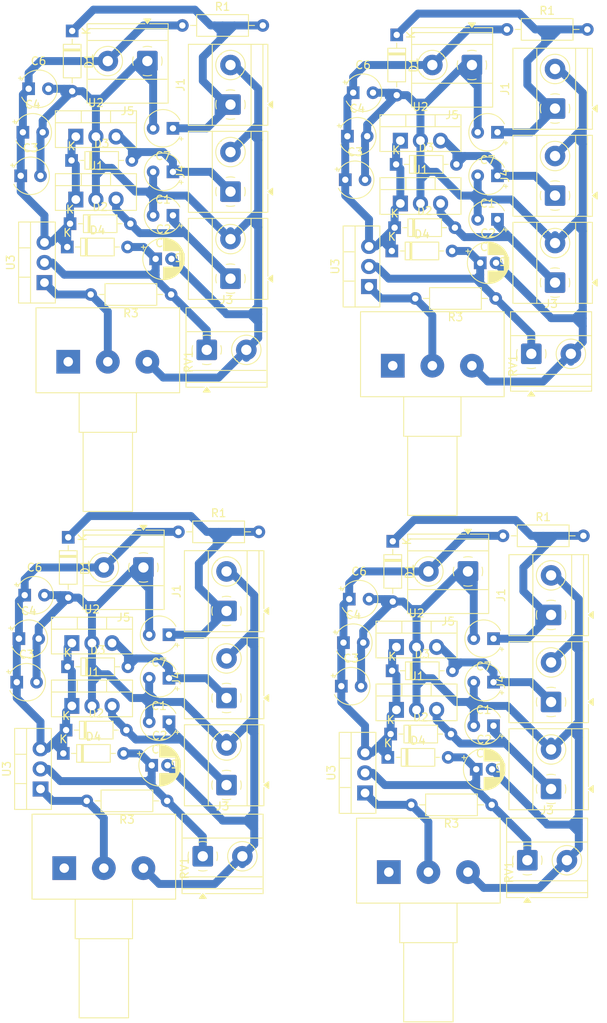
<source format=kicad_pcb>
(kicad_pcb (version 20241229) (generator "pcbnew") (generator_version "9.0")
  (layers (0 "F.Cu" signal) (2 "B.Cu" signal) (13 "F.Paste" user) (15 "B.Paste" user) (5 "F.SilkS" user "F.Silkscreen") (7 "B.SilkS" user "B.Silkscreen") (1 "F.Mask" user) (3 "B.Mask" user) (25 "Edge.Cuts" user))
  (net 0 "")
  (net 1 "GND")
  (net 2 "+5V")
  (net 3 "/vari")
  (net 4 "+24V")
  (net 5 "+9V")
  (net 6 "/3.3")
  (net 7 "Net-(U3-ADJ)")
  (footprint "Capacitor_THT:CP_Radial_Tantal_D4.5mm_P2.50mm" (layer "F.Cu") (at 135.5 105)
    (property "Reference" "C6")
    (property "Value" "100n")
  )
  (footprint "Diode_THT:D_DO-35_SOD27_P7.62mm_Horizontal" (layer "F.Cu") (at 100 97.19 -90)
    (property "Reference" "D1")
    (property "Value" "3.3v")
  )
  (footprint "Capacitor_THT:CP_Radial_Tantal_D4.5mm_P2.50mm" (layer "F.Cu") (at 113.228856 51 180)
    (property "Reference" "C1")
    (property "Value" "100n")
  )
  (footprint "Capacitor_THT:CP_Radial_D5.0mm_P2.00mm" (layer "F.Cu") (at 152.044888 62.5)
    (property "Reference" "C2")
    (property "Value" "1u")
  )
  (footprint "Diode_THT:D_DO-35_SOD27_P7.62mm_Horizontal" (layer "F.Cu") (at 141.23 58.055)
    (property "Reference" "D2")
    (property "Value" "D")
  )
  (footprint "Capacitor_THT:CP_Radial_Tantal_D4.5mm_P2.50mm" (layer "F.Cu") (at 93.771144 110)
    (property "Reference" "C4")
    (property "Value" "100n")
  )
  (footprint "Diode_THT:D_DO-35_SOD27_P7.62mm_Horizontal" (layer "F.Cu") (at 141.42 50.055)
    (property "Reference" "D3")
    (property "Value" "D")
  )
  (footprint "Diode_THT:D_DO-35_SOD27_P7.62mm_Horizontal" (layer "F.Cu") (at 141.5 33.69 -90)
    (property "Reference" "D1")
    (property "Value" "3.3v")
  )
  (footprint "Capacitor_THT:CP_Radial_Tantal_D4.5mm_P2.50mm" (layer "F.Cu") (at 154.228856 57 180)
    (property "Reference" "C5")
    (property "Value" "100n")
  )
  (footprint "Package_TO_SOT_THT:TO-220-3_Vertical" (layer "F.Cu") (at 141.96 47.055)
    (property "Reference" "U2")
    (property "Value" "LM78M05_TO220")
  )
  (footprint "Resistor_THT:R_Axial_DIN0207_L6.3mm_D2.5mm_P10.16mm_Horizontal" (layer "F.Cu") (at 112.5 130.5 180)
    (property "Reference" "R3")
    (property "Value" "250")
  )
  (footprint "Resistor_THT:R_Axial_DIN0207_L6.3mm_D2.5mm_P10.16mm_Horizontal" (layer "F.Cu") (at 113.92 96.5)
    (property "Reference" "R1")
    (property "Value" "1.8k")
  )
  (footprint "Capacitor_THT:CP_Radial_Tantal_D4.5mm_P2.50mm" (layer "F.Cu") (at 135 52)
    (property "Reference" "C3")
    (property "Value" "100n")
  )
  (footprint "Capacitor_THT:CP_Radial_Tantal_D4.5mm_P2.50mm" (layer "F.Cu") (at 153.728856 115.5 180)
    (property "Reference" "C1")
    (property "Value" "100n")
  )
  (footprint "Capacitor_THT:CP_Radial_Tantal_D4.5mm_P2.50mm" (layer "F.Cu") (at 94.5 104.5)
    (property "Reference" "C6")
    (property "Value" "100n")
  )
  (footprint "TerminalBlock_Phoenix:TerminalBlock_Phoenix_MKDS-1,5-2_1x02_P5.00mm_Horizontal" (layer "F.Cu") (at 158.5 74)
    (property "Reference" "J3")
    (property "Value" "vari")
  )
  (footprint "Resistor_THT:R_Axial_DIN0207_L6.3mm_D2.5mm_P10.16mm_Horizontal" (layer "F.Cu") (at 154.92 97)
    (property "Reference" "R1")
    (property "Value" "1.8k")
  )
  (footprint "Potentiometer_THT:Potentiometer_Alps_RK163_Single_Horizontal" (layer "F.Cu") (at 100 75 90)
    (property "Reference" "RV1")
    (property "Value" "R_Potentiometer")
  )
  (footprint "Capacitor_THT:CP_Radial_Tantal_D4.5mm_P2.50mm" (layer "F.Cu") (at 136 41)
    (property "Reference" "C6")
    (property "Value" "100n")
  )
  (footprint "Resistor_THT:R_Axial_DIN0207_L6.3mm_D2.5mm_P10.16mm_Horizontal" (layer "F.Cu") (at 113 66.5 180)
    (property "Reference" "R3")
    (property "Value" "250")
  )
  (footprint "TerminalBlock_Phoenix:TerminalBlock_Phoenix_MKDS-1,5-2_1x02_P5.00mm_Horizontal" (layer "F.Cu") (at 161 107 90)
    (property "Reference" "J1")
    (property "Value" "3.3")
  )
  (footprint "Capacitor_THT:CP_Radial_Tantal_D4.5mm_P2.50mm" (layer "F.Cu") (at 94.271144 46)
    (property "Reference" "C4")
    (property "Value" "100n")
  )
  (footprint "TerminalBlock_Phoenix:TerminalBlock_Phoenix_MKDS-1,5-2_1x02_P5.00mm_Horizontal" (layer "F.Cu") (at 161 118 90)
    (property "Reference" "J4")
    (property "Value" "5")
  )
  (footprint "Package_TO_SOT_THT:TO-220-3_Vertical" (layer "F.Cu") (at 97 65 90)
    (property "Reference" "U3")
    (property "Value" "LM317_TO-220")
  )
  (footprint "Package_TO_SOT_THT:TO-220-3_Vertical" (layer "F.Cu") (at 141.96 55)
    (property "Reference" "U1")
    (property "Value" "LM7809_TO220")
  )
  (footprint "Diode_THT:D_DO-35_SOD27_P7.62mm_Horizontal" (layer "F.Cu") (at 99.88 60.5)
    (property "Reference" "D4")
    (property "Value" "D")
  )
  (footprint "TerminalBlock_Phoenix:TerminalBlock_Phoenix_MKDS-1,5-2_1x02_P5.00mm_Horizontal" (layer "F.Cu") (at 161 129 90)
    (property "Reference" "J2")
    (property "Value" "9")
  )
  (footprint "Capacitor_THT:CP_Radial_Tantal_D4.5mm_P2.50mm" (layer "F.Cu") (at 93.5 115.5)
    (property "Reference" "C3")
    (property "Value" "100n")
  )
  (footprint "Potentiometer_THT:Potentiometer_Alps_RK163_Single_Horizontal" (layer "F.Cu") (at 140.5 139.5 90)
    (property "Reference" "RV1")
    (property "Value" "R_Potentiometer")
  )
  (footprint "Capacitor_THT:CP_Radial_Tantal_D4.5mm_P2.50mm" (layer "F.Cu") (at 113.228856 45.5 180)
    (property "Reference" "C7")
    (property "Value" "100n")
  )
  (footprint "Diode_THT:D_DO-35_SOD27_P7.62mm_Horizontal" (layer "F.Cu") (at 140.88 61)
    (property "Reference" "D4")
    (property "Value" "D")
  )
  (footprint "TerminalBlock_Phoenix:TerminalBlock_Phoenix_MKDS-1,5-2_1x02_P5.00mm_Horizontal" (layer "F.Cu") (at 120.5 64.5 90)
    (property "Reference" "J2")
    (property "Value" "9")
  )
  (footprint "TerminalBlock_Phoenix:TerminalBlock_Phoenix_MKDS-1,5-2_1x02_P5.00mm_Horizontal" (layer "F.Cu") (at 150.5 101.5 180)
    (property "Reference" "J5")
    (property "Value" "INPUT")
  )
  (footprint "Package_TO_SOT_THT:TO-220-3_Vertical" (layer "F.Cu") (at 141.46 119)
    (property "Reference" "U1")
    (property "Value" "LM7809_TO220")
  )
  (footprint "TerminalBlock_Phoenix:TerminalBlock_Phoenix_MKDS-1,5-2_1x02_P5.00mm_Horizontal" (layer "F.Cu") (at 120 117.5 90)
    (property "Reference" "J4")
    (property "Value" "5")
  )
  (footprint "Capacitor_THT:CP_Radial_Tantal_D4.5mm_P2.50mm" (layer "F.Cu") (at 112.728856 120.5 180)
    (property "Reference" "C5")
    (property "Value" "100n")
  )
  (footprint "Package_TO_SOT_THT:TO-220-3_Vertical" (layer "F.Cu") (at 141.46 111.055)
    (property "Reference" "U2")
    (property "Value" "LM78M05_TO220")
  )
  (footprint "Package_TO_SOT_THT:TO-220-3_Vertical" (layer "F.Cu") (at 96.5 129 90)
    (property "Reference" "U3")
    (property "Value" "LM317_TO-220")
  )
  (footprint "Diode_THT:D_DO-35_SOD27_P7.62mm_Horizontal" (layer "F.Cu") (at 100.5 33.19 -90)
    (property "Reference" "D1")
    (property "Value" "3.3v")
  )
  (footprint "Diode_THT:D_DO-35_SOD27_P7.62mm_Horizontal" (layer "F.Cu") (at 140.73 122.055)
    (property "Reference" "D2")
    (property "Value" "D")
  )
  (footprint "Potentiometer_THT:Potentiometer_Alps_RK163_Single_Horizontal" (layer "F.Cu") (at 141 75.5 90)
    (property "Reference" "RV1")
    (property "Value" "R_Potentiometer")
  )
  (footprint "Capacitor_THT:CP_Radial_D5.0mm_P2.00mm" (layer "F.Cu") (at 110.544888 126)
    (property "Reference" "C2")
    (property "Value" "1u")
  )
  (footprint "TerminalBlock_Phoenix:TerminalBlock_Phoenix_MKDS-1,5-2_1x02_P5.00mm_Horizontal" (layer "F.Cu") (at 151 37.5 180)
    (property "Reference" "J5")
    (property "Value" "INPUT")
  )
  (footprint "Diode_THT:D_DO-35_SOD27_P7.62mm_Horizontal" (layer "F.Cu") (at 99.92 113.555)
    (property "Reference" "D3")
    (property "Value" "D")
  )
  (footprint "Diode_THT:D_DO-35_SOD27_P7.62mm_Horizontal" (layer "F.Cu") (at 99.38 124.5)
    (property "Reference" "D4")
    (property "Value" "D")
  )
  (footprint "Capacitor_THT:CP_Radial_Tantal_D4.5mm_P2.50mm" (layer "F.Cu") (at 153.728856 110 180)
    (property "Reference" "C7")
    (property "Value" "100n")
  )
  (footprint "Potentiometer_THT:Potentiometer_Alps_RK163_Single_Horizontal" (layer "F.Cu") (at 99.5 139 90)
    (property "Reference" "RV1")
    (property "Value" "R_Potentiometer")
  )
  (footprint "Capacitor_THT:CP_Radial_Tantal_D4.5mm_P2.50mm" (layer "F.Cu") (at 134.771144 110.5)
    (property "Reference" "C4")
    (property "Value" "100n")
  )
  (footprint "TerminalBlock_Phoenix:TerminalBlock_Phoenix_MKDS-1,5-2_1x02_P5.00mm_Horizontal" (layer "F.Cu") (at 110 37 180)
    (property "Reference" "J5")
    (property "Value" "INPUT")
  )
  (footprint "Diode_THT:D_DO-35_SOD27_P7.62mm_Horizontal" (layer "F.Cu") (at 100.42 49.555)
    (property "Reference" "D3")
    (property "Value" "D")
  )
  (footprint "Diode_THT:D_DO-35_SOD27_P7.62mm_Horizontal" (layer "F.Cu") (at 140.38 125)
    (property "Reference" "D4")
    (property "Value" "D")
  )
  (footprint "Capacitor_THT:CP_Radial_Tantal_D4.5mm_P2.50mm" (layer "F.Cu") (at 154.228856 46 180)
    (property "Reference" "C7")
    (property "Value" "100n")
  )
  (footprint "Capacitor_THT:CP_Radial_Tantal_D4.5mm_P2.50mm" (layer "F.Cu") (at 134.5 116)
    (property "Reference" "C3")
    (property "Value" "100n")
  )
  (footprint "TerminalBlock_Phoenix:TerminalBlock_Phoenix_MKDS-1,5-2_1x02_P5.00mm_Horizontal" (layer "F.Cu") (at 161.5 65 90)
    (property "Reference" "J2")
    (property "Value" "9")
  )
  (footprint "Package_TO_SOT_THT:TO-220-3_Vertical" (layer "F.Cu") (at 137.5 129.5 90)
    (property "Reference" "U3")
    (property "Value" "LM317_TO-220")
  )
  (footprint "TerminalBlock_Phoenix:TerminalBlock_Phoenix_MKDS-1,5-2_1x02_P5.00mm_Horizontal" (layer "F.Cu") (at 161.5 43 90)
    (property "Reference" "J1")
    (property "Value" "3.3")
  )
  (footprint "Resistor_THT:R_Axial_DIN0207_L6.3mm_D2.5mm_P10.16mm_Horizontal" (layer "F.Cu") (at 155.42 33)
    (property "Reference" "R1")
    (property "Value" "1.8k")
  )
  (footprint "TerminalBlock_Phoenix:TerminalBlock_Phoenix_MKDS-1,5-2_1x02_P5.00mm_Horizontal" (layer "F.Cu") (at 161.5 54 90)
    (property "Reference" "J4")
    (property "Value" "5")
  )
  (footprint "Capacitor_THT:CP_Radial_Tantal_D4.5mm_P2.50mm" (layer "F.Cu") (at 95 40.5)
    (property "Reference" "C6")
    (property "Value" "100n")
  )
  (footprint "Capacitor_THT:CP_Radial_Tantal_D4.5mm_P2.50mm" (layer "F.Cu") (at 135.271144 46.5)
    (property "Reference" "C4")
    (property "Value" "100n")
  )
  (footprint "Resistor_THT:R_Axial_DIN0207_L6.3mm_D2.5mm_P10.16mm_Horizontal" (layer "F.Cu") (at 114.42 32.5)
    (property "Reference" "R1")
    (property "Value" "1.8k")
  )
  (footprint "Diode_THT:D_DO-35_SOD27_P7.62mm_Horizontal" (layer "F.Cu") (at 141 97.69 -90)
    (property "Reference" "D1")
    (property "Value" "3.3v")
  )
  (footprint "Resistor_THT:R_Axial_DIN0207_L6.3mm_D2.5mm_P10.16mm_Horizontal" (layer "F.Cu") (at 153.5 131 180)
    (property "Reference" "R3")
    (property "Value" "250")
  )
  (footprint "Capacitor_THT:CP_Radial_Tantal_D4.5mm_P2.50mm" (layer "F.Cu") (at 153.728856 121 180)
    (property "Reference" "C5")
    (property "Value" "100n")
  )
  (footprint "Resistor_THT:R_Axial_DIN0207_L6.3mm_D2.5mm_P10.16mm_Horizontal" (layer "F.Cu") (at 154 67 180)
    (property "Reference" "R3")
    (property "Value" "250")
  )
  (footprint "Capacitor_THT:CP_Radial_Tantal_D4.5mm_P2.50mm" (layer "F.Cu") (at 94 51.5)
    (property "Reference" "C3")
    (property "Value" "100n")
  )
  (footprint "Capacitor_THT:CP_Radial_Tantal_D4.5mm_P2.50mm" (layer "F.Cu") (at 154.228856 51.5 180)
    (property "Reference" "C1")
    (property "Value" "100n")
  )
  (footprint "Package_TO_SOT_THT:TO-220-3_Vertical" (layer "F.Cu") (at 100.46 110.555)
    (property "Reference" "U2")
    (property "Value" "LM78M05_TO220")
  )
  (footprint "Capacitor_THT:CP_Radial_Tantal_D4.5mm_P2.50mm" (layer "F.Cu") (at 112.728856 109.5 180)
    (property "Reference" "C7")
    (property "Value" "100n")
  )
  (footprint "Package_TO_SOT_THT:TO-220-3_Vertical" (layer "F.Cu") (at 138 65.5 90)
    (property "Reference" "U3")
    (property "Value" "LM317_TO-220")
  )
  (footprint "TerminalBlock_Phoenix:TerminalBlock_Phoenix_MKDS-1,5-2_1x02_P5.00mm_Horizontal" (layer "F.Cu") (at 120.5 53.5 90)
    (property "Reference" "J4")
    (property "Value" "5")
  )
  (footprint "Package_TO_SOT_THT:TO-220-3_Vertical" (layer "F.Cu") (at 100.46 118.5)
    (property "Reference" "U1")
    (property "Value" "LM7809_TO220")
  )
  (footprint "Capacitor_THT:CP_Radial_D5.0mm_P2.00mm" (layer "F.Cu") (at 111.044888 62)
    (property "Reference" "C2")
    (property "Value" "1u")
  )
  (footprint "TerminalBlock_Phoenix:TerminalBlock_Phoenix_MKDS-1,5-2_1x02_P5.00mm_Horizontal" (layer "F.Cu") (at 120 106.5 90)
    (property "Reference" "J1")
    (property "Value" "3.3")
  )
  (footprint "Diode_THT:D_DO-35_SOD27_P7.62mm_Horizontal" (layer "F.Cu") (at 100.23 57.555)
    (property "Reference" "D2")
    (property "Value" "D")
  )
  (footprint "TerminalBlock_Phoenix:TerminalBlock_Phoenix_MKDS-1,5-2_1x02_P5.00mm_Horizontal" (layer "F.Cu") (at 117 137.5)
    (property "Reference" "J3")
    (property "Value" "vari")
  )
  (footprint "Diode_THT:D_DO-35_SOD27_P7.62mm_Horizontal" (layer "F.Cu") (at 140.92 114.055)
    (property "Reference" "D3")
    (property "Value" "D")
  )
  (footprint "TerminalBlock_Phoenix:TerminalBlock_Phoenix_MKDS-1,5-2_1x02_P5.00mm_Horizontal" (layer "F.Cu") (at 109.5 101 180)
    (property "Reference" "J5")
    (property "Value" "INPUT")
  )
  (footprint "TerminalBlock_Phoenix:TerminalBlock_Phoenix_MKDS-1,5-2_1x02_P5.00mm_Horizontal" (layer "F.Cu") (at 117.5 73.5)
    (property "Reference" "J3")
    (property "Value" "vari")
  )
  (footprint "Capacitor_THT:CP_Radial_Tantal_D4.5mm_P2.50mm" (layer "F.Cu") (at 112.728856 115 180)
    (property "Reference" "C1")
    (property "Value" "100n")
  )
  (footprint "TerminalBlock_Phoenix:TerminalBlock_Phoenix_MKDS-1,5-2_1x02_P5.00mm_Horizontal" (layer "F.Cu") (at 158 138)
    (property "Reference" "J3")
    (property "Value" "vari")
  )
  (footprint "Capacitor_THT:CP_Radial_Tantal_D4.5mm_P2.50mm" (layer "F.Cu") (at 113.228856 56.5 180)
    (property "Reference" "C5")
    (property "Value" "100n")
  )
  (footprint "Package_TO_SOT_THT:TO-220-3_Vertical" (layer "F.Cu") (at 100.96 46.555)
    (property "Reference" "U2")
    (property "Value" "LM78M05_TO220")
  )
  (footprint "TerminalBlock_Phoenix:TerminalBlock_Phoenix_MKDS-1,5-2_1x02_P5.00mm_Horizontal" (layer "F.Cu") (at 120.5 42.5 90)
    (property "Reference" "J1")
    (property "Value" "3.3")
  )
  (footprint "Capacitor_THT:CP_Radial_D5.0mm_P2.00mm" (layer "F.Cu") (at 151.544888 126.5)
    (property "Reference" "C2")
    (property "Value" "1u")
  )
  (footprint "TerminalBlock_Phoenix:TerminalBlock_Phoenix_MKDS-1,5-2_1x02_P5.00mm_Horizontal" (layer "F.Cu") (at 120 128.5 90)
    (property "Reference" "J2")
    (property "Value" "9")
  )
  (footprint "Package_TO_SOT_THT:TO-220-3_Vertical" (layer "F.Cu") (at 100.96 54.5)
    (property "Reference" "U1")
    (property "Value" "LM7809_TO220")
  )
  (footprint "Diode_THT:D_DO-35_SOD27_P7.62mm_Horizontal" (layer "F.Cu") (at 99.73 121.555)
    (property "Reference" "D2")
    (property "Value" "D")
  )
  (segment (start 105 114.5) (end 104 114.5) (width 1) (layer "B.Cu") (net 1))
  (segment (start 151.228856 119) (end 151.228856 118.728856) (width 1) (layer "B.Cu") (net 1))
  (segment (start 161 69.5) (end 164 69.5) (width 1) (layer "B.Cu") (net 1))
  (segment (start 110.728856 37.728856) (end 110 37) (width 1) (layer "B.Cu") (net 1))
  (segment (start 164.25 46.25) (end 161.5 49) (width 1) (layer "B.Cu") (net 1))
  (segment (start 104.25 41.75) (end 108.5 37.5) (width 1) (layer "B.Cu") (net 1))
  (segment (start 145.5 51) (end 144.5 50) (width 1) (layer "B.Cu") (net 1))
  (segment (start 108 117.5) (end 105 114.5) (width 1) (layer "B.Cu") (net 1))
  (segment (start 110 53.5) (end 108.5 53.5) (width 1) (layer "B.Cu") (net 1))
  (segment (start 165 70.5) (end 165 69.5) (width 1) (layer "B.Cu") (net 1))
  (segment (start 149.5 102.5) (end 149 102) (width 1) (layer "B.Cu") (net 1))
  (segment (start 151 54) (end 151.228856 54) (width 1) (layer "B.Cu") (net 1))
  (segment (start 161.5 38) (end 162 38) (width 1) (layer "B.Cu") (net 1))
  (segment (start 163.75 110.75) (end 163.75 110.25) (width 1) (layer "B.Cu") (net 1))
  (segment (start 103 115.5) (end 104 114.5) (width 1) (layer "B.Cu") (net 1))
  (segment (start 144 116) (end 145 115) (width 1) (layer "B.Cu") (net 1))
  (segment (start 110.728856 53.5) (end 110 53.5) (width 1) (layer "B.Cu") (net 1))
  (segment (start 100.5 40.81) (end 101.81 40.81) (width 1) (layer "B.Cu") (net 1))
  (segment (start 110 53.5) (end 110.228856 53.5) (width 1) (layer "B.Cu") (net 1))
  (segment (start 110.228856 119) (end 110.228856 118.5) (width 1) (layer "B.Cu") (net 1))
  (segment (start 163.5 121.5) (end 164.5 120.5) (width 1) (layer "B.Cu") (net 1))
  (segment (start 110.728856 51) (end 110.5 51) (width 1) (layer "B.Cu") (net 1))
  (segment (start 164 69.5) (end 165 68.5) (width 1) (layer "B.Cu") (net 1))
  (segment (start 110.728856 53) (end 110.728856 51) (width 1) (layer "B.Cu") (net 1))
  (segment (start 109.728856 117.5) (end 110.228856 117) (width 1) (layer "B.Cu") (net 1))
  (segment (start 110.728856 118) (end 110.228856 117.5) (width 1) (layer "B.Cu") (net 1))
  (segment (start 153.544888 126.5) (end 160.5 133.455112) (width 1) (layer "B.Cu") (net 1))
  (segment (start 149 118) (end 146 115) (width 1) (layer "B.Cu") (net 1))
  (segment (start 109.5 117.5) (end 108 117.5) (width 1) (layer "B.Cu") (net 1))
  (segment (start 150 103) (end 149.5 102.5) (width 1) (layer "B.Cu") (net 1))
  (segment (start 124 70) (end 123 69) (width 1) (layer "B.Cu") (net 1))
  (segment (start 109.5 38.5) (end 109 38) (width 1) (layer "B.Cu") (net 1))
  (segment (start 109 37) (end 110 37) (width 1) (layer "B.Cu") (net 1))
  (segment (start 146.5 51) (end 145.5 51) (width 1) (layer "B.Cu") (net 1))
  (segment (start 123.5 109) (end 122.75 109.75) (width 1) (layer "B.Cu") (net 1))
  (segment (start 165 45.5) (end 164.25 46.25) (width 1) (layer "B.Cu") (net 1))
  (segment (start 164.5 132) (end 164.5 122.5) (width 1) (layer "B.Cu") (net 1))
  (segment (start 151.728856 55.5) (end 151.728856 55) (width 1) (layer "B.Cu") (net 1))
  (segment (start 164.5 132.5) (end 164.5 132) (width 1) (layer "B.Cu") (net 1))
  (segment (start 140 105) (end 140.69 105) (width 1) (layer "B.Cu") (net 1))
  (segment (start 110.228856 119) (end 110.228856 117.5) (width 1) (layer "B.Cu") (net 1))
  (segment (start 99 105) (end 99.405 105.405) (width 1) (layer "B.Cu") (net 1))
  (segment (start 149.5 101.5) (end 150.5 101.5) (width 1) (layer "B.Cu") (net 1))
  (segment (start 118.5 141) (end 122 137.5) (width 1) (layer "B.Cu") (net 1))
  (segment (start 137.771144 45.038856) (end 140.905 41.905) (width 1) (layer "B.Cu") (net 1))
  (segment (start 123.5 111) (end 122.75 110.25) (width 1) (layer "B.Cu") (net 1))
  (segment (start 124 68) (end 124 67.5) (width 1) (layer "B.Cu") (net 1))
  (segment (start 151.728856 39) (end 150.5 39) (width 1) (layer "B.Cu") (net 1))
  (segment (start 120 69) (end 123 69) (width 1) (layer "B.Cu") (net 1))
  (segment (start 110.728856 55) (end 110.728856 54.5) (width 1) (layer "B.Cu") (net 1))
  (segment (start 150.5 118) (end 149 118) (width 1) (layer "B.Cu") (net 1))
  (segment (start 165 41) (end 165 45.5) (width 1) (layer "B.Cu") (net 1))
  (segment (start 122 137.5) (end 122 138.5) (width 1) (layer "B.Cu") (net 1))
  (segment (start 109.5 139) (end 111.5 141) (width 1) (layer "B.Cu") (net 1))
  (segment (start 164.5 111.5) (end 163.75 110.75) (width 1) (layer "B.Cu") (net 1))
  (segment (start 137.271144 109.038856) (end 140.405 105.905) (width 1) (layer "B.Cu") (net 1))
  (segment (start 109 102.5) (end 108.5 102) (width 1) (layer "B.Cu") (net 1))
  (segment (start 123.25 45.75) (end 120.5 48.5) (width 1) (layer "B.Cu") (net 1))
  (segment (start 163.75 110.25) (end 161 113) (width 1) (layer "B.Cu") (net 1))
  (segment (start 121 37.5) (end 124 40.5) (width 1) (layer "B.Cu") (net 1))
  (segment (start 111.228856 118) (end 110.228856 117) (width 1) (layer "B.Cu") (net 1))
  (segment (start 124 70) (end 124 69) (width 1) (layer "B.Cu") (net 1))
  (segment (start 101.81 40.81) (end 102.75 41.75) (width 1) (layer "B.Cu") (net 1))
  (segment (start 151.728856 54.728856) (end 151 54) (width 1) (layer "B.Cu") (net 1))
  (segment (start 120.5 59.5) (end 123 57) (width 1) (layer "B.Cu") (net 1))
  (segment (start 154.044888 62.5) (end 161 69.455112) (width 1) (layer "B.Cu") (net 1))
  (segment (start 164.5 120.5) (end 164.5 111.5) (width 1) (layer "B.Cu") (net 1))
  (segment (start 96.771144 46) (end 96.771144 44.538856) (width 1) (layer "B.Cu") (net 1))
  (segment (start 120.5 59.5) (end 120.5 58.5) (width 1) (layer "B.Cu") (net 1))
  (segment (start 150.5 139.5) (end 152.5 141.5) (width 1) (layer "B.Cu") (net 1))
  (segment (start 150.728856 118) (end 151.228856 117.5) (width 1) (layer "B.Cu") (net 1))
  (segment (start 161 124) (end 163.5 121.5) (width 1) (layer "B.Cu") (net 1))
  (segment (start 161.5 60) (end 164 57.5) (width 1) (layer "B.Cu") (net 1))
  (segment (start 112 77) (end 119 77) (width 1) (layer "B.Cu") (net 1))
  (segment (start 151.728856 55) (end 151.728856 54.728856) (width 1) (layer "B.Cu") (net 1))
  (segment (start 110.728856 54.228856) (end 110 53.5) (width 1) (layer "B.Cu") (net 1))
  (segment (start 110.228856 115) (end 110 115) (width 1) (layer "B.Cu") (net 1))
  (segment (start 99 104.5) (end 99.69 104.5) (width 1) (layer "B.Cu") (net 1))
  (segment (start 103.5 50.5) (end 103.5 49.5) (width 1) (layer "B.Cu") (net 1))
  (segment (start 164 57.5) (end 165 56.5) (width 1) (layer "B.Cu") (net 1))
  (segment (start 103.5 42.5) (end 104.25 41.75) (width 1) (layer "B.Cu") (net 1))
  (segment (start 96.771144 44.538856) (end 99.905 41.405) (width 1) (layer "B.Cu") (net 1))
  (segment (start 104.5 50.5) (end 103.5 50.5) (width 1) (layer "B.Cu") (net 1))
  (segment (start 160.5 133.5) (end 163.5 133.5) (width 1) (layer "B.Cu") (net 1))
  (segment (start 151.728856 118.5) (end 151.228856 118) (width 1) (layer "B.Cu") (net 1))
  (segment (start 123.25 46.25) (end 123.25 45.75) (width 1) (layer "B.Cu") (net 1))
  (segment (start 103.75 105.75) (end 108 101.5) (width 1) (layer "B.Cu") (net 1))
  (segment (start 165 47.5) (end 165 45.5) (width 1) (layer "B.Cu") (net 1))
  (segment (start 111.5 118) (end 111.228856 118) (width 1) (layer "B.Cu") (net 1))
  (segment (start 102.25 105.75) (end 103 106.5) (width 1) (layer "B.Cu") (net 1))
  (segment (start 123.5 122) (end 122.5 121) (width 1) (layer "B.Cu") (net 1))
  (segment (start 164.5 122.5) (end 164.5 120.5) (width 1) (layer "B.Cu") (net 1))
  (segment (start 124 56) (end 124 47) (width 1) (layer "B.Cu") (net 1))
  (segment (start 151.728856 57) (end 151.728856 55.5) (width 1) (layer "B.Cu") (net 1))
  (segment (start 141.19 41) (end 141.5 41.31) (width 1) (layer "B.Cu") (net 1))
  (segment (start 103 110.555) (end 103 106.5) (width 1) (layer "B.Cu") (net 1))
  (segment (start 120 123.5) (end 122.5 121) (width 1) (layer "B.Cu") (net 1))
  (segment (start 104.5 50.5) (end 103.5 49.5) (width 1) (layer "B.Cu") (net 1))
  (segment (start 96.271144 110) (end 96.271144 108.538856) (width 1) (layer "B.Cu") (net 1))
  (segment (start 151.728856 54) (end 151.728856 53.5) (width 1) (layer "B.Cu") (net 1))
  (segment (start 144.5 55) (end 144.5 52) (width 1) (layer "B.Cu") (net 1))
  (segment (start 160 77.5) (end 163.5 74) (width 1) (layer "B.Cu") (net 1))
  (segment (start 97.5 40.5) (end 99.5 40.5) (width 1) (layer "B.Cu") (net 1))
  (segment (start 109 38) (end 108.5 37.5) (width 1) (layer "B.Cu") (net 1))
  (segment (start 110.728856 45.5) (end 110.728856 39.5) (width 1) (layer "B.Cu") (net 1))
  (segment (start 100 104.81) (end 101.31 104.81) (width 1) (layer "B.Cu") (net 1))
  (segment (start 103.5 46.555) (end 103.5 42.5) (width 1) (layer "B.Cu") (net 1))
  (segment (start 149.5 54) (end 146.5 51) (width 1) (layer "B.Cu") (net 1))
  (segment (start 164.5 136.5) (end 164.5 134.5) (width 1) (layer "B.Cu") (net 1))
  (segment (start 120 101.5) (end 120.5 101.5) (width 1) (layer "B.Cu") (net 1))
  (segment (start 165 70.5) (end 164 69.5) (width 1) (layer "B.Cu") (net 1))
  (segment (start 105.5 50.5) (end 104.5 50.5) (width 1) (layer "B.Cu") (net 1))
  (segment (start 120 123.5) (end 114.5 118) (width 1) (layer "B.Cu") (net 1))
  (segment (start 99.5 40.5) (end 99.5 41) (width 1) (layer "B.Cu") (net 1))
  (segment (start 110.228856 102.5) (end 109 102.5) (width 1) (layer "B.Cu") (net 1))
  (segment (start 144 119) (end 144 116) (width 1) (layer "B.Cu") (net 1))
  (segment (start 140.5 41.5) (end 140.905 41.905) (width 1) (layer "B.Cu") (net 1))
  (segment (start 122.75 109.75) (end 120 112.5) (width 1) (layer "B.Cu") (net 1))
  (segment (start 137.771144 46.5) (end 137.771144 45.038856) (width 1) (layer "B.Cu") (net 1))
  (segment (start 159.5 141.5) (end 163 138) (width 1) (layer "B.Cu") (net 1))
  (segment (start 122.5 73.5) (end 122.5 74.5) (width 1) (layer "B.Cu") (net 1))
  (segment (start 151 104) (end 149.5 102.5) (width 1) (layer "B.Cu") (net 1))
  (segment (start 96.5 46.271144) (end 96.771144 46) (width 1) (layer "B.Cu") (net 1))
  (segment (start 99.905 41.405) (end 100.5 40.81) (width 1) (layer "B.Cu") (net 1))
  (segment (start 151 54) (end 149.5 54) (width 1) (layer "B.Cu") (net 1))
  (segment (start 151.5 40) (end 150 38.5) (width 1) (layer "B.Cu") (net 1))
  (segment (start 96.5 51.5) (end 96.5 46.271144) (width 1) (layer "B.Cu") (net 1))
  (segment (start 110.228856 53.5) (end 110.728856 53) (width 1) (layer "B.Cu") (net 1))
  (segment (start 151.228856 104) (end 151.228856 103) (width 1) (layer "B.Cu") (net 1))
  (segment (start 103.5 49.5) (end 103.5 46.555) (width 1) (layer "B.Cu") (net 1))
  (segment (start 111.228856 54) (end 110.728856 53.5) (width 1) (layer "B.Cu") (net 1))
  (segment (start 151.228856 119) (end 151.728856 118.5) (width 1) (layer "B.Cu") (net 1))
  (segment (start 110.228856 117.5) (end 110.228856 117) (width 1) (layer "B.Cu") (net 1))
  (segment (start 155.5 118.5) (end 152.5 118.5) (width 1) (layer "B.Cu") (net 1))
  (segment (start 124 45) (end 123.25 45.75) (width 1) (layer "B.Cu") (net 1))
  (segment (start 103 106.5) (end 103.75 105.75) (width 1) (layer "B.Cu") (net 1))
  (segment (start 153 54.5) (end 152.228856 54.5) (width 1) (layer "B.Cu") (net 1))
  (segment (start 111.5 118) (end 110.728856 118) (width 1) (layer "B.Cu") (net 1))
  (segment (start 110.228856 118.228856) (end 109.5 117.5) (width 1) (layer "B.Cu") (net 1))
  (segment (start 144 107) (end 144.75 106.25) (width 1) (layer "B.Cu") (net 1))
  (segment (start 142.81 41.31) (end 143.75 42.25) (width 1) (layer "B.Cu") (net 1))
  (segment (start 123.5 122) (end 123.5 120) (width 1) (layer "B.Cu") (net 1))
  (segment (start 151.228856 103) (end 151.228856 102.228856) (width 1) (layer "B.Cu") (net 1))
  (segment (start 165 69.5) (end 165 68) (width 1) (layer "B.Cu") (net 1))
  (segment (start 110 75) (end 112 77) (width 1) (layer "B.Cu") (net 1))
  (segment (start 97 104.5) (end 99 104.5) (width 1) (layer "B.Cu") (net 1))
  (segment (start 151 75.5) (end 153 77.5) (width 1) (layer "B.Cu") (net 1))
  (segment (start 110.228856 118.5) (end 110.728856 118) (width 1) (layer "B.Cu") (net 1))
  (segment (start 122.5 121) (end 123.5 120) (width 1) (layer "B.Cu") (net 1))
  (segment (start 122.5 73.5) (end 124 72) (width 1) (layer "B.Cu") (net 1))
  (segment (start 110.728856 55) (end 110.728856 53.5) (width 1) (layer "B.Cu") (net 1))
  (segment (start 101.31 104.81) (end 102.25 105.75) (width 1) (layer "B.Cu") (net 1))
  (segment (start 137.5 46.771144) (end 137.771144 46.5) (width 1) (layer "B.Cu") (net 1))
  (segment (start 103.5 54.5) (end 103.5 51.5) (width 1) (layer "B.Cu") (net 1))
  (segment (start 108.5 53.5) (end 105.5 50.5) (width 1) (layer "B.Cu") (net 1))
  (segment (start 163 138) (end 163 139) (width 1) (layer "B.Cu") (net 1))
  (segment (start 124 47) (end 124 45) (width 1) (layer "B.Cu") (net 1))
  (segment (start 151.728856 55) (end 152.228856 54.5) (width 1) (layer "B.Cu") (net 1))
  (segment (start 151.728856 40) (end 151.5 40) (width 1) (layer "B.Cu") (net 1))
  (segment (start 152.728856 54.5) (end 151.728856 53.5) (width 1) (layer "B.Cu") (net 1))
  (segment (start 140.5 41) (end 141.19 41) (width 1) (layer "B.Cu") (net 1))
  (segment (start 124 67.5) (end 124 58) (width 1) (layer "B.Cu") (net 1))
  (segment (start 124 47) (end 123.25 46.25) (width 1) (layer "B.Cu") (net 1))
  (segment (start 99.5 41) (end 99.905 41.405) (width 1) (layer "B.Cu") (net 1))
  (segment (start 124 58) (end 123 57) (width 1) (layer "B.Cu") (net 1))
  (segment (start 151.228856 121) (end 151.228856 119.5) (width 1) (layer "B.Cu") (net 1))
  (segment (start 161 124) (end 161 123) (width 1) (layer "B.Cu") (net 1))
  (segment (start 119.5 133) (end 122.5 133) (width 1) (layer "B.Cu") (net 1))
  (segment (start 144.5 50) (end 144.5 47.055) (width 1) (layer "B.Cu") (net 1))
  (segment (start 137 110.771144) (end 137.271144 110.5) (width 1) (layer "B.Cu") (net 1))
  (segment (start 112.544888 126) (end 119.5 132.955112) (width 1) (layer "B.Cu") (net 1))
  (segment (start 151.228856 54) (end 151.728856 53.5) (width 1) (layer "B.Cu") (net 1))
  (segment (start 104 114.5) (end 103 114.5) (width 1) (layer "B.Cu") (net 1))
  (segment (start 151.728856 53.5) (end 151.728856 51.5) (width 1) (layer "B.Cu") (net 1))
  (segment (start 108.5 102) (end 108 101.5) (width 1) (layer "B.Cu") (net 1))
  (segment (start 165 56.5) (end 165 47.5) (width 1) (layer "B.Cu") (net 1))
  (segment (start 164.25 46.75) (end 164.25 46.25) (width 1) (layer "B.Cu") (net 1))
  (segment (start 114.5 118) (end 111.5 118) (width 1) (layer "B.Cu") (net 1))
  (segment (start 165 68) (end 165 58.5) (width 1) (layer "B.Cu") (net 1))
  (segment (start 110.5 39.5) (end 109 38) (width 1) (layer "B.Cu") (net 1))
  (segment (start 123 69) (end 124 69) (width 1) (layer "B.Cu") (net 1))
  (segment (start 110.728856 54.5) (end 111.228856 54) (width 1) (layer "B.Cu") (net 1))
  (segment (start 165 72.5) (end 165 70.5) (width 1) (layer "B.Cu") (net 1))
  (segment (start 122.75 110.25) (end 122.75 109.75) (width 1) (layer "B.Cu") (net 1))
  (segment (start 103 118.5) (end 103 115.5) (width 1) (layer "B.Cu") (net 1))
  (segment (start 120.5 59.5) (end 115 54) (width 1) (layer "B.Cu") (net 1))
  (segment (start 110.228856 103.5) (end 110.228856 102.5) (width 1) (layer "B.Cu") (net 1))
  (segment (start 151.228856 118) (end 151.228856 117.5) (width 1) (layer "B.Cu") (net 1))
  (segment (start 150.5 118) (end 150.728856 118) (width 1) (layer "B.Cu") (net 1))
  (segment (start 141.5 41.31) (end 142.81 41.31) (width 1) (layer "B.Cu") (net 1))
  (segment (start 165 58.5) (end 164 57.5) (width 1) (layer "B.Cu") (net 1))
  (segment (start 152.228856 54.5) (end 151.728856 54) (width 1) (layer "B.Cu") (net 1))
  (segment (start 110.228856 101.728856) (end 109.5 101) (width 1) (layer "B.Cu") (net 1))
  (segment (start 163 138) (end 164.5 136.5) (width 1) (layer "B.Cu") (net 1))
  (segment (start 110 103.5) (end 108.5 102) (width 1) (layer "B.Cu") (net 1))
  (segment (start 162 38) (end 165 41) (width 1) (layer "B.Cu") (net 1))
  (segment (start 144.5 52) (end 145.5 51) (width 1) (layer "B.Cu") (net 1))
  (segment (start 145 115) (end 144 115) (width 1) (layer "B.Cu") (net 1))
  (segment (start 164.5 109.5) (end 163.75 110.25) (width 1) (layer "B.Cu") (net 1))
  (segment (start 99.5 40.5) (end 100.19 40.5) (width 1) (layer "B.Cu") (net 1))
  (segment (start 151.728856 46) (end 151.728856 40) (width 1) (layer "B.Cu") (net 1))
  (segment (start 102.25 105.75) (end 103.75 105.75) (width 1) (layer "B.Cu") (net 1))
  (segment (start 151.228856 118.728856) (end 150.5 118) (width 1) (layer "B.Cu") (net 1))
  (segment (start 150 37.5) (end 151 37.5) (width 1) (layer "B.Cu") (net 1))
  (segment (start 151.228856 119.5) (end 151.228856 118) (width 1) (layer "B.Cu") (net 1))
  (segment (start 143.75 42.25) (end 145.25 42.25) (width 1) (layer "B.Cu") (net 1))
  (segment (start 111.5 141) (end 118.5 141) (width 1) (layer "B.Cu") (net 1))
  (segment (start 163.5 133.5) (end 164.5 132.5) (width 1) (layer "B.Cu") (net 1))
  (segment (start 123.5 120) (end 123.5 111) (width 1) (layer "B.Cu") (net 1))
  (segment (start 164.5 105) (end 164.5 109.5) (width 1) (layer "B.Cu") (net 1))
  (segment (start 144.5 52) (end 144.5 51) (width 1) (layer "B.Cu") (net 1))
  (segment (start 138.5 41) (end 140.5 41) (width 1) (layer "B.Cu") (net 1))
  (segment (start 96.271144 108.538856) (end 99.405 105.405) (width 1) (layer "B.Cu") (net 1))
  (segment (start 144.75 106.25) (end 149 102) (width 1) (layer "B.Cu") (net 1))
  (segment (start 164 69.5) (end 165 69.5) (width 1) (layer "B.Cu") (net 1))
  (segment (start 124 69) (end 124 67.5) (width 1) (layer "B.Cu") (net 1))
  (segment (start 119 77) (end 122.5 73.5) (width 1) (layer "B.Cu") (net 1))
  (segment (start 145.25 42.25) (end 149.5 38) (width 1) (layer "B.Cu") (net 1))
  (segment (start 123.5 132) (end 123.5 131.5) (width 1) (layer "B.Cu") (net 1))
  (segment (start 144 114) (end 144 111.055) (width 1) (layer "B.Cu") (net 1))
  (segment (start 161.5 60) (end 156 54.5) (width 1) (layer "B.Cu") (net 1))
  (segment (start 110.228856 120.5) (end 110.228856 119) (width 1) (layer "B.Cu") (net 1))
  (segment (start 151.228856 119.5) (end 151.228856 119) (width 1) (layer "B.Cu") (net 1))
  (segment (start 164.5 111.5) (end 164.5 109.5) (width 1) (layer "B.Cu") (net 1))
  (segment (start 141 105.31) (end 142.31 105.31) (width 1) (layer "B.Cu") (net 1))
  (segment (start 110.228856 118.5) (end 110.228856 118.228856) (width 1) (layer "B.Cu") (net 1))
  (segment (start 140 105.5) (end 140.405 105.905) (width 1) (layer "B.Cu") (net 1))
  (segment (start 163.5 133.5) (end 164.5 133.5) (width 1) (layer "B.Cu") (net 1))
  (segment (start 137.5 52) (end 137.5 46.771144) (width 1) (layer "B.Cu") (net 1))
  (segment (start 120.5 101.5) (end 123.5 104.5) (width 1) (layer "B.Cu") (net 1))
  (segment (start 113.044888 62) (end 120 68.955112) (width 1) (layer "B.Cu") (net 1))
  (segment (start 108 101.5) (end 108.5 101) (width 1) (layer "B.Cu") (net 1))
  (segment (start 146 115) (end 145 115) (width 1) (layer "B.Cu") (net 1))
  (segment (start 164.5 133.5) (end 164.5 132) (width 1) (layer "B.Cu") (net 1))
  (segment (start 149.5 38) (end 150 37.5) (width 1) (layer "B.Cu") (net 1))
  (segment (start 102.75 41.75) (end 104.25 41.75) (width 1) (layer "B.Cu") (net 1))
  (segment (start 102.75 41.75) (end 103.5 42.5) (width 1) (layer "B.Cu") (net 1))
  (segment (start 161 102) (end 161.5 102) (width 1) (layer "B.Cu") (net 1))
  (segment (start 152.5 141.5) (end 159.5 141.5) (width 1) (layer "B.Cu") (net 1))
  (segment (start 164.5 134.5) (end 163.5 133.5) (width 1) (layer "B.Cu") (net 1))
  (segment (start 140.905 41.905) (end 141.5 41.31) (width 1) (layer "B.Cu") (net 1))
  (segment (start 140.69 105) (end 141 105.31) (width 1) (layer "B.Cu") (net 1))
  (segment (start 110.228856 103.5) (end 110 103.5) (width 1) (layer "B.Cu") (net 1))
  (segment (start 115 54) (end 112 54) (width 1) (layer "B.Cu") (net 1))
  (segment (start 153 54.5) (end 152.728856 54.5) (width 1) (layer "B.Cu") (net 1))
  (segment (start 99.69 104.5) (end 100 104.81) (width 1) (layer "B.Cu") (net 1))
  (segment (start 164.5 134.5) (end 164.5 133.5) (width 1) (layer "B.Cu") (net 1))
  (segment (start 140.5 41) (end 140.5 41.5) (width 1) (layer "B.Cu") (net 1))
  (segment (start 144 116) (end 144 115) (width 1) (layer "B.Cu") (net 1))
  (segment (start 151.728856 38.228856) (end 151 37.5) (width 1) (layer "B.Cu") (net 1))
  (segment (start 123.5 111) (end 123.5 109) (width 1) (layer "B.Cu") (net 1))
  (segment (start 123.5 133) (end 123.5 131.5) (width 1) (layer "B.Cu") (net 1))
  (segment (start 151.728856 40) (end 151.728856 39) (width 1) (layer "B.Cu") (net 1))
  (segment (start 110.728856 38.5) (end 110.728856 37.728856) (width 1) (layer "B.Cu") (net 1))
  (segment (start 153 77.5) (end 160 77.5) (width 1) (layer "B.Cu") (net 1))
  (segment (start 110.228856 109.5) (end 110.228856 103.5) (width 1) (layer "B.Cu") (net 1))
  (segment (start 144 111.055) (end 144 107) (width 1) (layer "B.Cu") (net 1))
  (segment (start 110.228856 117.5) (end 109.5 117.5) (width 1) (layer "B.Cu") (net 1))
  (segment (start 140.405 105.905) (end 141 105.31) (width 1) (layer "B.Cu") (net 1))
  (segment (start 96 110.271144) (end 96.271144 110) (width 1) (layer "B.Cu") (net 1))
  (segment (start 144 115) (end 144 114) (width 1) (layer "B.Cu") (net 1))
  (segment (start 123.5 134) (end 123.5 133) (width 1) (layer "B.Cu") (net 1))
  (segment (start 140 105) (end 140 105.5) (width 1) (layer "B.Cu") (net 1))
  (segment (start 151.728856 55.5) (end 151.728856 54) (width 1) (layer "B.Cu") (net 1))
  (segment (start 103 113.5) (end 103 110.555) (width 1) (layer "B.Cu") (net 1))
  (segment (start 123 69) (end 124 68) (width 1) (layer "B.Cu") (net 1))
  (segment (start 151.228856 102.228856) (end 150.5 101.5) (width 1) (layer "B.Cu") (net 1))
  (segment (start 143.75 42.25) (end 144.5 43) (width 1) (layer "B.Cu") (net 1))
  (segment (start 123.5 104.5) (end 123.5 109) (width 1) (layer "B.Cu") (net 1))
  (segment (start 122.5 133) (end 123.5 133) (width 1) (layer "B.Cu") (net 1))
  (segment (start 96 115.5) (end 96 110.271144) (width 1) (layer "B.Cu") (net 1))
  (segment (start 165 58.5) (end 165 56.5) (width 1) (layer "B.Cu") (net 1))
  (segment (start 137 116) (end 137 110.771144) (width 1) (layer "B.Cu") (net 1))
  (segment (start 163.5 74) (end 165 72.5) (width 1) (layer "B.Cu") (net 1))
  (segment (start 120.5 37.5) (end 121 37.5) (width 1) (layer "B.Cu") (net 1))
  (segment (start 151.728856 54) (end 151 54) (width 1) (layer "B.Cu") (net 1))
  (segment (start 99.405 105.405) (end 100 104.81) (width 1) (layer "B.Cu") (net 1))
  (segment (start 124 72) (end 124 70) (width 1) (layer "B.Cu") (net 1))
  (segment (start 123.5 134) (end 122.5 133) (width 1) (layer "B.Cu") (net 1))
  (segment (start 122.5 133) (end 123.5 132) (width 1) (layer "B.Cu") (net 1))
  (segment (start 161.5 60) (end 161.5 59) (width 1) (layer "B.Cu") (net 1))
  (segment (start 103 114.5) (end 103 113.5) (width 1) (layer "B.Cu") (net 1))
  (segment (start 164.5 122.5) (end 163.5 121.5) (width 1) (layer "B.Cu") (net 1))
  (segment (start 122 137.5) (end 123.5 136) (width 1) (layer "B.Cu") (net 1))
  (segment (start 103.5 51.5) (end 104.5 50.5) (width 1) (layer "B.Cu") (net 1))
  (segment (start 103 115.5) (end 103 114.5) (width 1) (layer "B.Cu") (net 1))
  (segment (start 151.728856 39) (end 151.728856 38.228856) (width 1) (layer "B.Cu") (net 1))
  (segment (start 152.5 118.5) (end 152.228856 118.5) (width 1) (layer "B.Cu") (net 1))
  (segment (start 151.228856 117.5) (end 151.228856 115.5) (width 1) (layer "B.Cu") (net 1))
  (segment (start 110.728856 38.5) (end 109.5 38.5) (width 1) (layer "B.Cu") (net 1))
  (segment (start 151.228856 103) (end 150 103) (width 1) (layer "B.Cu") (net 1))
  (segment (start 143.25 106.25) (end 144 107) (width 1) (layer "B.Cu") (net 1))
  (segment (start 144.5 47.055) (end 144.5 43) (width 1) (layer "B.Cu") (net 1))
  (segment (start 165 68.5) (end 165 68) (width 1) (layer "B.Cu") (net 1))
  (segment (start 103.5 51.5) (end 103.5 50.5) (width 1) (layer "B.Cu") (net 1))
  (segment (start 151.228856 110) (end 151.228856 104) (width 1) (layer "B.Cu") (net 1))
  (segment (start 123.5 136) (end 123.5 134) (width 1) (layer "B.Cu") (net 1))
  (segment (start 100.19 40.5) (end 100.5 40.81) (width 1) (layer "B.Cu") (net 1))
  (segment (start 151.228856 118) (end 150.5 118) (width 1) (layer "B.Cu") (net 1))
  (segment (start 145 115) (end 144 114) (width 1) (layer "B.Cu") (net 1))
  (segment (start 152.5 118.5) (end 151.728856 118.5) (width 1) (layer "B.Cu") (net 1))
  (segment (start 142.31 105.31) (end 143.25 106.25) (width 1) (layer "B.Cu") (net 1))
  (segment (start 110.728856 54.5) (end 110.728856 54.228856) (width 1) (layer "B.Cu") (net 1))
  (segment (start 151.228856 104) (end 151 104) (width 1) (layer "B.Cu") (net 1))
  (segment (start 156 54.5) (end 153 54.5) (width 1) (layer "B.Cu") (net 1))
  (segment (start 112 54) (end 111.728856 54) (width 1) (layer "B.Cu") (net 1))
  (segment (start 161.5 102) (end 164.5 105) (width 1) (layer "B.Cu") (net 1))
  (segment (start 110.728856 53.5) (end 110.728856 53) (width 1) (layer "B.Cu") (net 1))
  (segment (start 112 54) (end 111.228856 54) (width 1) (layer "B.Cu") (net 1))
  (segment (start 110.728856 56.5) (end 110.728856 55) (width 1) (layer "B.Cu") (net 1))
  (segment (start 108.5 37.5) (end 109 37) (width 1) (layer "B.Cu") (net 1))
  (segment (start 99 104.5) (end 99 105) (width 1) (layer "B.Cu") (net 1))
  (segment (start 152.228856 118.5) (end 151.228856 117.5) (width 1) (layer "B.Cu") (net 1))
  (segment (start 110.728856 39.5) (end 110.5 39.5) (width 1) (layer "B.Cu") (net 1))
  (segment (start 138 105) (end 140 105) (width 1) (layer "B.Cu") (net 1))
  (segment (start 108.5 101) (end 109.5 101) (width 1) (layer "B.Cu") (net 1))
  (segment (start 143.25 106.25) (end 144.75 106.25) (width 1) (layer "B.Cu") (net 1))
  (segment (start 145.5 51) (end 144.5 51) (width 1) (layer "B.Cu") (net 1))
  (segment (start 137.271144 110.5) (end 137.271144 109.038856) (width 1) (layer "B.Cu") (net 1))
  (segment (start 150.5 39) (end 150 38.5) (width 1) (layer "B.Cu") (net 1))
  (segment (start 111.728856 54) (end 110.728856 53) (width 1) (layer "B.Cu") (net 1))
  (segment (start 110.728856 39.5) (end 110.728856 38.5) (width 1) (layer "B.Cu") (net 1))
  (segment (start 110.228856 102.5) (end 110.228856 101.728856) (width 1) (layer "B.Cu") (net 1))
  (segment (start 123 57) (end 124 56) (width 1) (layer "B.Cu") (net 1))
  (segment (start 110.228856 117) (end 110.228856 115) (width 1) (layer "B.Cu") (net 1))
  (segment (start 165 47.5) (end 164.25 46.75) (width 1) (layer "B.Cu") (net 1))
  (segment (start 123.5 131.5) (end 123.5 122) (width 1) (layer "B.Cu") (net 1))
  (segment (start 124 40.5) (end 124 45) (width 1) (layer "B.Cu") (net 1))
  (segment (start 161 124) (end 155.5 118.5) (width 1) (layer "B.Cu") (net 1))
  (segment (start 150 38.5) (end 149.5 38) (width 1) (layer "B.Cu") (net 1))
  (segment (start 149 102) (end 149.5 101.5) (width 1) (layer "B.Cu") (net 1))
  (segment (start 144.5 43) (end 145.25 42.25) (width 1) (layer "B.Cu") (net 1))
  (segment (start 124 58) (end 124 56) (width 1) (layer "B.Cu") (net 1))
  (segment (start 151.228856 115.5) (end 151 115.5) (width 1) (layer "B.Cu") (net 1))
  (segment (start 144.5 51) (end 144.5 50) (width 1) (layer "B.Cu") (net 1))
  (segment (start 109.5 117.5) (end 109.728856 117.5) (width 1) (layer "B.Cu") (net 1))
  (segment (start 151.728856 51.5) (end 151.5 51.5) (width 1) (layer "B.Cu") (net 1))
  (segment (start 163.5 74) (end 163.5 75) (width 1) (layer "B.Cu") (net 1))
  (segment (start 104 114.5) (end 103 113.5) (width 1) (layer "B.Cu") (net 1))
  (segment (start 120 123.5) (end 120 122.5) (width 1) (layer "B.Cu") (net 1))
  (segment (start 154.228856 50.228856) (end 154.228856 51.5) (width 1) (layer "B.Cu") (net 2))
  (segment (start 154.228856 51.5) (end 159 51.5) (width 1) (layer "B.Cu") (net 2))
  (segment (start 153.728856 114.228856) (end 153.728856 115.5) (width 1) (layer "B.Cu") (net 2))
  (segment (start 109.095 48.5) (end 112 48.5) (width 1) (layer "B.Cu") (net 2))
  (segment (start 152.5 113) (end 153.728856 114.228856) (width 1) (layer "B.Cu") (net 2))
  (segment (start 149.595 113) (end 152.5 113) (width 1) (layer "B.Cu") (net 2))
  (segment (start 150.095 49) (end 153 49) (width 1) (layer "B.Cu") (net 2))
  (segment (start 112 48.5) (end 113.228856 49.728856) (width 1) (layer "B.Cu") (net 2))
  (segment (start 112.728856 113.728856) (end 112.728856 115) (width 1) (layer "B.Cu") (net 2))
  (segment (start 111.5 112.5) (end 112.728856 113.728856) (width 1) (layer "B.Cu") (net 2))
  (segment (start 159 51.5) (end 161.5 54) (width 1) (layer "B.Cu") (net 2))
  (segment (start 106.555 46.555) (end 108.04 48.04) (width 1) (layer "B.Cu") (net 2))
  (segment (start 113.228856 51) (end 118 51) (width 1) (layer "B.Cu") (net 2))
  (segment (start 107.54 112.04) (end 108 112.5) (width 1) (layer "B.Cu") (net 2))
  (segment (start 148.54 112.54) (end 149 113) (width 1) (layer "B.Cu") (net 2))
  (segment (start 108.04 48.04) (end 108.04 49.555) (width 1) (layer "B.Cu") (net 2))
  (segment (start 149.04 48.54) (end 149.04 50.055) (width 1) (layer "B.Cu") (net 2))
  (segment (start 113.228856 49.728856) (end 113.228856 51) (width 1) (layer "B.Cu") (net 2))
  (segment (start 108.595 112.5) (end 111.5 112.5) (width 1) (layer "B.Cu") (net 2))
  (segment (start 149.04 50.055) (end 150.095 49) (width 1) (layer "B.Cu") (net 2))
  (segment (start 108.04 49.555) (end 109.095 48.5) (width 1) (layer "B.Cu") (net 2))
  (segment (start 106.055 110.555) (end 107.54 112.04) (width 1) (layer "B.Cu") (net 2))
  (segment (start 118 51) (end 120.5 53.5) (width 1) (layer "B.Cu") (net 2))
  (segment (start 149.5 49) (end 150.095 49) (width 1) (layer "B.Cu") (net 2))
  (segment (start 153.728856 115.5) (end 158.5 115.5) (width 1) (layer "B.Cu") (net 2))
  (segment (start 158.5 115.5) (end 161 118) (width 1) (layer "B.Cu") (net 2))
  (segment (start 105.54 110.555) (end 106.055 110.555) (width 1) (layer "B.Cu") (net 2))
  (segment (start 147.055 111.055) (end 148.54 112.54) (width 1) (layer "B.Cu") (net 2))
  (segment (start 149 113) (end 149.595 113) (width 1) (layer "B.Cu") (net 2))
  (segment (start 108 112.5) (end 108.595 112.5) (width 1) (layer "B.Cu") (net 2))
  (segment (start 107.54 112.04) (end 107.54 113.555) (width 1) (layer "B.Cu") (net 2))
  (segment (start 147.04 47.055) (end 147.555 47.055) (width 1) (layer "B.Cu") (net 2))
  (segment (start 108.5 48.5) (end 109.095 48.5) (width 1) (layer "B.Cu") (net 2))
  (segment (start 112.728856 115) (end 117.5 115) (width 1) (layer "B.Cu") (net 2))
  (segment (start 146.54 111.055) (end 147.055 111.055) (width 1) (layer "B.Cu") (net 2))
  (segment (start 117.5 115) (end 120 117.5) (width 1) (layer "B.Cu") (net 2))
  (segment (start 108.04 48.04) (end 108.5 48.5) (width 1) (layer "B.Cu") (net 2))
  (segment (start 149.04 48.54) (end 149.5 49) (width 1) (layer "B.Cu") (net 2))
  (segment (start 148.54 114.055) (end 149.595 113) (width 1) (layer "B.Cu") (net 2))
  (segment (start 107.54 113.555) (end 108.595 112.5) (width 1) (layer "B.Cu") (net 2))
  (segment (start 148.54 112.54) (end 148.54 114.055) (width 1) (layer "B.Cu") (net 2))
  (segment (start 106.04 46.555) (end 106.555 46.555) (width 1) (layer "B.Cu") (net 2))
  (segment (start 153 49) (end 154.228856 50.228856) (width 1) (layer "B.Cu") (net 2))
  (segment (start 147.555 47.055) (end 149.04 48.54) (width 1) (layer "B.Cu") (net 2))
  (segment (start 154 67) (end 152.044888 65.044888) (width 1) (layer "B.Cu") (net 3))
  (segment (start 117.5 71) (end 113 66.5) (width 1) (layer "B.Cu") (net 3))
  (segment (start 140 128.5) (end 151 128.5) (width 1) (layer "B.Cu") (net 3))
  (segment (start 151.544888 129.044888) (end 151 128.5) (width 1) (layer "B.Cu") (net 3))
  (segment (start 148 125) (end 150.044888 125) (width 1) (layer "B.Cu") (net 3))
  (segment (start 151 128.5) (end 151.044888 128.5) (width 1) (layer "B.Cu") (net 3))
  (segment (start 140.5 64.5) (end 151.5 64.5) (width 1) (layer "B.Cu") (net 3))
  (segment (start 150.544888 61) (end 152.044888 62.5) (width 1) (layer "B.Cu") (net 3))
  (segment (start 158.5 71.5) (end 154 67) (width 1) (layer "B.Cu") (net 3))
  (segment (start 152.044888 65.044888) (end 152.044888 64.5) (width 1) (layer "B.Cu") (net 3))
  (segment (start 138.96 62.96) (end 140.5 64.5) (width 1) (layer "B.Cu") (net 3))
  (segment (start 158 138) (end 158 135.5) (width 1) (layer "B.Cu") (net 3))
  (segment (start 111.044888 64) (end 111.044888 63.5) (width 1) (layer "B.Cu") (net 3))
  (segment (start 151.5 64.5) (end 152.044888 64.5) (width 1) (layer "B.Cu") (net 3))
  (segment (start 148.5 61) (end 150.544888 61) (width 1) (layer "B.Cu") (net 3))
  (segment (start 109.044888 124.5) (end 110.544888 126) (width 1) (layer "B.Cu") (net 3))
  (segment (start 150.044888 125) (end 151.544888 126.5) (width 1) (layer "B.Cu") (net 3))
  (segment (start 99.5 64) (end 110.5 64) (width 1) (layer "B.Cu") (net 3))
  (segment (start 152.044888 64) (end 152.044888 62.5) (width 1) (layer "B.Cu") (net 3))
  (segment (start 153.5 131) (end 151.544888 129.044888) (width 1) (layer "B.Cu") (net 3))
  (segment (start 152.044888 65.044888) (end 151.5 64.5) (width 1) (layer "B.Cu") (net 3))
  (segment (start 111.044888 64.544888) (end 111.044888 64) (width 1) (layer "B.Cu") (net 3))
  (segment (start 110.5 64) (end 111.044888 64) (width 1) (layer "B.Cu") (net 3))
  (segment (start 151.5 64.5) (end 151.544888 64.5) (width 1) (layer "B.Cu") (net 3))
  (segment (start 110 128) (end 110.044888 128) (width 1) (layer "B.Cu") (net 3))
  (segment (start 151 128.5) (end 151.544888 128.5) (width 1) (layer "B.Cu") (net 3))
  (segment (start 151.044888 128.5) (end 151.544888 128) (width 1) (layer "B.Cu") (net 3))
  (segment (start 112.5 130.5) (end 110.544888 128.544888) (width 1) (layer "B.Cu") (net 3))
  (segment (start 151.544888 128.5) (end 151.544888 128) (width 1) (layer "B.Cu") (net 3))
  (segment (start 97.96 62.46) (end 99.5 64) (width 1) (layer "B.Cu") (net 3))
  (segment (start 110.544888 127.5) (end 110.544888 126) (width 1) (layer "B.Cu") (net 3))
  (segment (start 117 137.5) (end 117 135) (width 1) (layer "B.Cu") (net 3))
  (segment (start 152.044888 64.5) (end 152.044888 64) (width 1) (layer "B.Cu") (net 3))
  (segment (start 109.544888 60.5) (end 111.044888 62) (width 1) (layer "B.Cu") (net 3))
  (segment (start 138 62.96) (end 138.96 62.96) (width 1) (layer "B.Cu") (net 3))
  (segment (start 151.544888 128) (end 151.544888 126.5) (width 1) (layer "B.Cu") (net 3))
  (segment (start 158 135.5) (end 153.5 131) (width 1) (layer "B.Cu") (net 3))
  (segment (start 107 124.5) (end 109.044888 124.5) (width 1) (layer "B.Cu") (net 3))
  (segment (start 110.544888 128.544888) (end 110.544888 128) (width 1) (layer "B.Cu") (net 3))
  (segment (start 97 62.46) (end 97.96 62.46) (width 1) (layer "B.Cu") (net 3))
  (segment (start 110.044888 128) (end 110.544888 127.5) (width 1) (layer "B.Cu") (net 3))
  (segment (start 110.544888 64) (end 111.044888 63.5) (width 1) (layer "B.Cu") (net 3))
  (segment (start 97.46 126.46) (end 99 128) (width 1) (layer "B.Cu") (net 3))
  (segment (start 107.5 60.5) (end 109.544888 60.5) (width 1) (layer "B.Cu") (net 3))
  (segment (start 110 128) (end 110.544888 128) (width 1) (layer "B.Cu") (net 3))
  (segment (start 110.544888 128.544888) (end 110 128) (width 1) (layer "B.Cu") (net 3))
  (segment (start 113 66.5) (end 111.044888 64.544888) (width 1) (layer "B.Cu") (net 3))
  (segment (start 151.544888 64.5) (end 152.044888 64) (width 1) (layer "B.Cu") (net 3))
  (segment (start 117.5 73.5) (end 117.5 71) (width 1) (layer "B.Cu") (net 3))
  (segment (start 151.544888 129.044888) (end 151.544888 128.5) (width 1) (layer "B.Cu") (net 3))
  (segment (start 111.044888 64.544888) (end 110.5 64) (width 1) (layer "B.Cu") (net 3))
  (segment (start 137.5 126.96) (end 138.46 126.96) (width 1) (layer "B.Cu") (net 3))
  (segment (start 110.544888 128) (end 110.544888 127.5) (width 1) (layer "B.Cu") (net 3))
  (segment (start 117 135) (end 112.5 130.5) (width 1) (layer "B.Cu") (net 3))
  (segment (start 111.044888 63.5) (end 111.044888 62) (width 1) (layer "B.Cu") (net 3))
  (segment (start 138.46 126.96) (end 140 128.5) (width 1) (layer "B.Cu") (net 3))
  (segment (start 158.5 74) (end 158.5 71.5) (width 1) (layer "B.Cu") (net 3))
  (segment (start 99 128) (end 110 128) (width 1) (layer "B.Cu") (net 3))
  (segment (start 96.5 126.46) (end 97.46 126.46) (width 1) (layer "B.Cu") (net 3))
  (segment (start 110.5 64) (end 110.544888 64) (width 1) (layer "B.Cu") (net 3))
  (segment (start 146 37.5) (end 137.5 37.5) (width 1) (layer "B.Cu") (net 4))
  (segment (start 94.5 102.5) (end 94.5 104.5) (width 1) (layer "B.Cu") (net 4))
  (segment (start 97.865 59.92) (end 98.6425 59.1425) (width 1) (layer "B.Cu") (net 4))
  (segment (start 94 51.5) (end 94 46.271144) (width 1) (layer "B.Cu") (net 4))
  (segment (start 135 46.771144) (end 135.271144 46.5) (width 1) (layer "B.Cu") (net 4))
  (segment (start 96.5 120.5) (end 93.5 117.5) (width 1) (layer "B.Cu") (net 4))
  (segment (start 141.42 50.055) (end 141.42 47.595) (width 1) (layer "B.Cu") (net 4))
  (segment (start 140.73 122.055) (end 140.73 119.73) (width 1) (layer "B.Cu") (net 4))
  (segment (start 104.5 101) (end 109 96.5) (width 1) (layer "B.Cu") (net 4))
  (segment (start 146 37.5) (end 150.5 33) (width 1) (layer "B.Cu") (net 4))
  (segment (start 109.5 32.5) (end 114.42 32.5) (width 1) (layer "B.Cu") (net 4))
  (segment (start 138.865 60.42) (end 139.6425 59.6425) (width 1) (layer "B.Cu") (net 4))
  (segment (start 139.6425 59.6425) (end 141.23 58.055) (width 1) (layer "B.Cu") (net 4))
  (segment (start 105 37) (end 96.5 37) (width 1) (layer "B.Cu") (net 4))
  (segment (start 140.88 60.88) (end 139.6425 59.6425) (width 1) (layer "B.Cu") (net 4))
  (segment (start 140.38 124.88) (end 139.1425 123.6425) (width 1) (layer "B.Cu") (net 4))
  (segment (start 138 57) (end 135 54) (width 1) (layer "B.Cu") (net 4))
  (segment (start 93.771144 105.228856) (end 94.5 104.5) (width 1) (layer "B.Cu") (net 4))
  (segment (start 99.88 60.5) (end 99.88 57.905) (width 1) (layer "B.Cu") (net 4))
  (segment (start 93.5 110.271144) (end 93.771144 110) (width 1) (layer "B.Cu") (net 4))
  (segment (start 100.46 118.5) (end 100.46 114.095) (width 1) (layer "B.Cu") (net 4))
  (segment (start 105 37) (end 109.5 32.5) (width 1) (layer "B.Cu") (net 4))
  (segment (start 134.5 110.771144) (end 134.771144 110.5) (width 1) (layer "B.Cu") (net 4))
  (segment (start 94 46.271144) (end 94.271144 46) (width 1) (layer "B.Cu") (net 4))
  (segment (start 141.96 55) (end 141.96 50.595) (width 1) (layer "B.Cu") (net 4))
  (segment (start 99.88 57.905) (end 100.23 57.555) (width 1) (layer "B.Cu") (net 4))
  (segment (start 140.92 111.595) (end 141.46 111.055) (width 1) (layer "B.Cu") (net 4))
  (segment (start 93.5 115.5) (end 93.5 110.271144) (width 1) (layer "B.Cu") (net 4))
  (segment (start 135.271144 41.728856) (end 136 41) (width 1) (layer "B.Cu") (net 4))
  (segment (start 100.42 49.555) (end 100.42 47.095) (width 1) (layer "B.Cu") (net 4))
  (segment (start 100.96 54.5) (end 100.96 50.095) (width 1) (layer "B.Cu") (net 4))
  (segment (start 99.38 121.905) (end 99.73 121.555) (width 1) (layer "B.Cu") (net 4))
  (segment (start 145.5 101.5) (end 137 101.5) (width 1) (layer "B.Cu") (net 4))
  (segment (start 141.23 58.055) (end 141.23 55.73) (width 1) (layer "B.Cu") (net 4))
  (segment (start 141.42 47.595) (end 141.96 47.055) (width 1) (layer "B.Cu") (net 4))
  (segment (start 140.88 61) (end 140.88 60.88) (width 1) (layer "B.Cu") (net 4))
  (segment (start 96.5 37) (end 95 38.5) (width 1) (layer "B.Cu") (net 4))
  (segment (start 135 52) (end 135 46.771144) (width 1) (layer "B.Cu") (net 4))
  (segment (start 134.5 116) (end 134.5 110.771144) (width 1) (layer "B.Cu") (net 4))
  (segment (start 150 97) (end 154.92 97) (width 1) (layer "B.Cu") (net 4))
  (segment (start 140.38 125) (end 140.38 122.405) (width 1) (layer "B.Cu") (net 4))
  (segment (start 140.38 125) (end 140.38 124.88) (width 1) (layer "B.Cu") (net 4))
  (segment (start 99.92 111.095) (end 100.46 110.555) (width 1) (layer "B.Cu") (net 4))
  (segment (start 138.365 124.42) (end 139.1425 123.6425) (width 1) (layer "B.Cu") (net 4))
  (segment (start 97 56.5) (end 94 53.5) (width 1) (layer "B.Cu") (net 4))
  (segment (start 99.88 60.38) (end 98.6425 59.1425) (width 1) (layer "B.Cu") (net 4))
  (segment (start 94.271144 41.228856) (end 95 40.5) (width 1) (layer "B.Cu") (net 4))
  (segment (start 136 39) (end 136 41) (width 1) (layer "B.Cu") (net 4))
  (segment (start 95 38.5) (end 95 40.5) (width 1) (layer "B.Cu") (net 4))
  (segment (start 99.88 60.5) (end 99.88 60.38) (width 1) (layer "B.Cu") (net 4))
  (segment (start 140.92 114.055) (end 140.92 111.595) (width 1) (layer "B.Cu") (net 4))
  (segment (start 99.92 113.555) (end 99.92 111.095) (width 1) (layer "B.Cu") (net 4))
  (segment (start 137 101.5) (end 135.5 103) (width 1) (layer "B.Cu") (net 4))
  (segment (start 100.96 50.095) (end 100.42 49.555) (width 1) (layer "B.Cu") (net 4))
  (segment (start 96.5 123.92) (end 96.5 120.5) (width 1) (layer "B.Cu") (net 4))
  (segment (start 99.38 124.5) (end 99.38 124.38) (width 1) (layer "B.Cu") (net 4))
  (segment (start 134.771144 110.5) (end 134.771144 105.728856) (width 1) (layer "B.Cu") (net 4))
  (segment (start 140.88 58.405) (end 141.23 58.055) (width 1) (layer "B.Cu") (net 4))
  (segment (start 140.38 122.405) (end 140.73 122.055) (width 1) (layer "B.Cu") (net 4))
  (segment (start 99.38 124.38) (end 98.1425 123.1425) (width 1) (layer "B.Cu") (net 4))
  (segment (start 135 54) (end 135 52) (width 1) (layer "B.Cu") (net 4))
  (segment (start 140.88 61) (end 140.88 58.405) (width 1) (layer "B.Cu") (net 4))
  (segment (start 104.5 101) (end 96 101) (width 1) (layer "B.Cu") (net 4))
  (segment (start 150.5 33) (end 155.42 33) (width 1) (layer "B.Cu") (net 4))
  (segment (start 141.46 119) (end 141.46 114.595) (width 1) (layer "B.Cu") (net 4))
  (segment (start 93.5 117.5) (end 93.5 115.5) (width 1) (layer "B.Cu") (net 4))
  (segment (start 137.5 124.42) (end 137.5 121) (width 1) (layer "B.Cu") (net 4))
  (segment (start 100.23 57.555) (end 100.23 55.23) (width 1) (layer "B.Cu") (net 4))
  (segment (start 97.365 123.92) (end 98.1425 123.1425) (width 1) (layer "B.Cu") (net 4))
  (segment (start 134.771144 105.728856) (end 135.5 105) (width 1) (layer "B.Cu") (net 4))
  (segment (start 98.1425 123.1425) (end 99.73 121.555) (width 1) (layer "B.Cu") (net 4))
  (segment (start 97 59.92) (end 97.865 59.92) (width 1) (layer "B.Cu") (net 4))
  (segment (start 97 59.92) (end 97 56.5) (width 1) (layer "B.Cu") (net 4))
  (segment (start 96 101) (end 94.5 102.5) (width 1) (layer "B.Cu") (net 4))
  (segment (start 94 53.5) (end 94 51.5) (width 1) (layer "B.Cu") (net 4))
  (segment (start 137.5 121) (end 134.5 118) (width 1) (layer "B.Cu") (net 4))
  (segment (start 137.5 37.5) (end 136 39) (width 1) (layer "B.Cu") (net 4))
  (segment (start 134.5 118) (end 134.5 116) (width 1) (layer "B.Cu") (net 4))
  (segment (start 94.271144 46) (end 94.271144 41.228856) (width 1) (layer "B.Cu") (net 4))
  (segment (start 109 96.5) (end 113.92 96.5) (width 1) (layer "B.Cu") (net 4))
  (segment (start 93.771144 110) (end 93.771144 105.228856) (width 1) (layer "B.Cu") (net 4))
  (segment (start 141.46 114.595) (end 140.92 114.055) (width 1) (layer "B.Cu") (net 4))
  (segment (start 100.46 114.095) (end 99.92 113.555) (width 1) (layer "B.Cu") (net 4))
  (segment (start 145.5 101.5) (end 150 97) (width 1) (layer "B.Cu") (net 4))
  (segment (start 135.271144 46.5) (end 135.271144 41.728856) (width 1) (layer "B.Cu") (net 4))
  (segment (start 135.5 103) (end 135.5 105) (width 1) (layer "B.Cu") (net 4))
  (segment (start 96.5 123.92) (end 97.365 123.92) (width 1) (layer "B.Cu") (net 4))
  (segment (start 138 60.42) (end 138 57) (width 1) (layer "B.Cu") (net 4))
  (segment (start 99.38 124.5) (end 99.38 121.905) (width 1) (layer "B.Cu") (net 4))
  (segment (start 99.73 121.555) (end 99.73 119.23) (width 1) (layer "B.Cu") (net 4))
  (segment (start 138 60.42) (end 138.865 60.42) (width 1) (layer "B.Cu") (net 4))
  (segment (start 141.96 50.595) (end 141.42 50.055) (width 1) (layer "B.Cu") (net 4))
  (segment (start 98.6425 59.1425) (end 100.23 57.555) (width 1) (layer "B.Cu") (net 4))
  (segment (start 137.5 124.42) (end 138.365 124.42) (width 1) (layer "B.Cu") (net 4))
  (segment (start 139.1425 123.6425) (end 140.73 122.055) (width 1) (layer "B.Cu") (net 4))
  (segment (start 100.42 47.095) (end 100.96 46.555) (width 1) (layer "B.Cu") (net 4))
  (segment (start 105.54 119.745) (end 107.35 121.555) (width 1) (layer "B.Cu") (net 5))
  (segment (start 109.045 58.75) (end 114.75 58.75) (width 1) (layer "B.Cu") (net 5))
  (segment (start 106.04 55.745) (end 107.85 57.555) (width 1) (layer "B.Cu") (net 5))
  (segment (start 147.04 55) (end 147.04 56.245) (width 1) (layer "B.Cu") (net 5))
  (segment (start 114.25 122.75) (end 120 128.5) (width 1) (layer "B.Cu") (net 5))
  (segment (start 112.728856 120.5) (end 112.728856 121.228856) (width 1) (layer "B.Cu") (net 5))
  (segment (start 105.54 118.5) (end 105.54 119.745) (width 1) (layer "B.Cu") (net 5))
  (segment (start 149.545 123.25) (end 155.25 123.25) (width 1) (layer "B.Cu") (net 5))
  (segment (start 150.045 59.25) (end 155.75 59.25) (width 1) (layer "B.Cu") (net 5))
  (segment (start 155.75 59.25) (end 161.5 65) (width 1) (layer "B.Cu") (net 5))
  (segment (start 154.228856 57) (end 154.228856 57.728856) (width 1) (layer "B.Cu") (net 5))
  (segment (start 146.54 120.245) (end 148.35 122.055) (width 1) (layer "B.Cu") (net 5))
  (segment (start 153.728856 121) (end 153.728856 121.728856) (width 1) (layer "B.Cu") (net 5))
  (segment (start 148.35 122.055) (end 149.545 123.25) (width 1) (layer "B.Cu") (net 5))
  (segment (start 107.85 57.555) (end 109.045 58.75) (width 1) (layer "B.Cu") (net 5))
  (segment (start 113.228856 57.228856) (end 114.75 58.75) (width 1) (layer "B.Cu") (net 5))
  (segment (start 114.75 58.75) (end 120.5 64.5) (width 1) (layer "B.Cu") (net 5))
  (segment (start 155.25 123.25) (end 161 129) (width 1) (layer "B.Cu") (net 5))
  (segment (start 106.04 54.5) (end 106.04 55.745) (width 1) (layer "B.Cu") (net 5))
  (segment (start 108.545 122.75) (end 114.25 122.75) (width 1) (layer "B.Cu") (net 5))
  (segment (start 147.04 56.245) (end 148.85 58.055) (width 1) (layer "B.Cu") (net 5))
  (segment (start 113.228856 56.5) (end 113.228856 57.228856) (width 1) (layer "B.Cu") (net 5))
  (segment (start 112.728856 121.228856) (end 114.25 122.75) (width 1) (layer "B.Cu") (net 5))
  (segment (start 154.228856 57.728856) (end 155.75 59.25) (width 1) (layer "B.Cu") (net 5))
  (segment (start 146.54 119) (end 146.54 120.245) (width 1) (layer "B.Cu") (net 5))
  (segment (start 148.85 58.055) (end 150.045 59.25) (width 1) (layer "B.Cu") (net 5))
  (segment (start 107.35 121.555) (end 108.545 122.75) (width 1) (layer "B.Cu") (net 5))
  (segment (start 153.728856 121.728856) (end 155.25 123.25) (width 1) (layer "B.Cu") (net 5))
  (segment (start 165.08 97) (end 161.5 97) (width 1) (layer "B.Cu") (net 6))
  (segment (start 160.25 34.75) (end 160.25 33.75) (width 1) (layer "B.Cu") (net 6))
  (segment (start 160 97) (end 159 97) (width 1) (layer "B.Cu") (net 6))
  (segment (start 121 32.5) (end 119.5 32.5) (width 1) (layer "B.Cu") (net 6))
  (segment (start 119 42) (end 119.25 41.75) (width 1) (layer "B.Cu") (net 6))
  (segment (start 112.728856 109.5) (end 117 109.5) (width 1) (layer "B.Cu") (net 6))
  (segment (start 118.75 98.25) (end 118.75 97.25) (width 1) (layer "B.Cu") (net 6))
  (segment (start 159.75 97.75) (end 159 97) (width 1) (layer "B.Cu") (net 6))
  (segment (start 144.19 31) (end 141.5 33.69) (width 1) (layer "B.Cu") (net 6))
  (segment (start 165.58 33) (end 162 33) (width 1) (layer "B.Cu") (net 6))
  (segment (start 160.5 34) (end 160.5 33) (width 1) (layer "B.Cu") (net 6))
  (segment (start 118 96.5) (end 117.5 96.5) (width 1) (layer "B.Cu") (net 6))
  (segment (start 118 32.5) (end 116 30.5) (width 1) (layer "B.Cu") (net 6))
  (segment (start 103.19 30.5) (end 100.5 33.19) (width 1) (layer "B.Cu") (net 6))
  (segment (start 159 97) (end 158.5 97) (width 1) (layer "B.Cu") (net 6))
  (segment (start 160.25 98.25) (end 160 98) (width 1) (layer "B.Cu") (net 6))
  (segment (start 160.5 107) (end 161 107) (width 1) (layer "B.Cu") (net 6))
  (segment (start 119.75 33.75) (end 119.25 34.25) (width 1) (layer "B.Cu") (net 6))
  (segment (start 162 33) (end 160.75 34.25) (width 1) (layer "B.Cu") (net 6))
  (segment (start 160.75 34.25) (end 160.25 34.75) (width 1) (layer "B.Cu") (net 6))
  (segment (start 159.5 108.5) (end 161 107) (width 1) (layer "B.Cu") (net 6))
  (segment (start 124.58 32.5) (end 121 32.5) (width 1) (layer "B.Cu") (net 6))
  (segment (start 119.25 97.75) (end 119 97.5) (width 1) (layer "B.Cu") (net 6))
  (segment (start 119 44) (end 119 42) (width 1) (layer "B.Cu") (net 6))
  (segment (start 118.5 108) (end 120 106.5) (width 1) (layer "B.Cu") (net 6))
  (segment (start 120.5 96.5) (end 119.25 97.75) (width 1) (layer "B.Cu") (net 6))
  (segment (start 156.5 95) (end 143.69 95) (width 1) (layer "B.Cu") (net 6))
  (segment (start 158 37) (end 158 40) (width 1) (layer "B.Cu") (net 6))
  (segment (start 157 31) (end 144.19 31) (width 1) (layer "B.Cu") (net 6))
  (segment (start 157.5 101) (end 157.5 104) (width 1) (layer "B.Cu") (net 6))
  (segment (start 119.25 34.25) (end 119.25 33.25) (width 1) (layer "B.Cu") (net 6))
  (segment (start 119 96.5) (end 118 96.5) (width 1) (layer "B.Cu") (net 6))
  (segment (start 159.75 98.75) (end 157.5 101) (width 1) (layer "B.Cu") (net 6))
  (segment (start 119 44) (end 120.5 42.5) (width 1) (layer "B.Cu") (net 6))
  (segment (start 159.5 106.5) (end 159.75 106.25) (width 1) (layer "B.Cu") (net 6))
  (segment (start 161.5 97) (end 160.25 98.25) (width 1) (layer "B.Cu") (net 6))
  (segment (start 160.25 33.75) (end 159.5 33) (width 1) (layer "B.Cu") (net 6))
  (segment (start 120 42.5) (end 120.5 42.5) (width 1) (layer "B.Cu") (net 6))
  (segment (start 118.5 106) (end 118.75 105.75) (width 1) (layer "B.Cu") (net 6))
  (segment (start 117 36.5) (end 117 39.5) (width 1) (layer "B.Cu") (net 6))
  (segment (start 119.25 34.25) (end 117 36.5) (width 1) (layer "B.Cu") (net 6))
  (segment (start 113.228856 45.5) (end 117.5 45.5) (width 1) (layer "B.Cu") (net 6))
  (segment (start 161 43) (end 161.5 43) (width 1) (layer "B.Cu") (net 6))
  (segment (start 160.5 33) (end 159.5 33) (width 1) (layer "B.Cu") (net 6))
  (segment (start 158 40) (end 160.25 42.25) (width 1) (layer "B.Cu") (net 6))
  (segment (start 118.75 97.25) (end 118 96.5) (width 1) (layer "B.Cu") (net 6))
  (segment (start 160 98) (end 160 97) (width 1) (layer "B.Cu") (net 6))
  (segment (start 153.728856 110) (end 158 110) (width 1) (layer "B.Cu") (net 6))
  (segment (start 119.5 32.5) (end 118.5 32.5) (width 1) (layer "B.Cu") (net 6))
  (segment (start 119.5 33.5) (end 119.5 32.5) (width 1) (layer "B.Cu") (net 6))
  (segment (start 157.5 104) (end 159.75 106.25) (width 1) (layer "B.Cu") (net 6))
  (segment (start 158.5 97) (end 156.5 95) (width 1) (layer "B.Cu") (net 6))
  (segment (start 160.75 34.25) (end 160.5 34) (width 1) (layer "B.Cu") (net 6))
  (segment (start 115.5 94.5) (end 102.69 94.5) (width 1) (layer "B.Cu") (net 6))
  (segment (start 160 42.5) (end 160.25 42.25) (width 1) (layer "B.Cu") (net 6))
  (segment (start 159 33) (end 157 31) (width 1) (layer "B.Cu") (net 6))
  (segment (start 119.25 33.25) (end 118.5 32.5) (width 1) (layer "B.Cu") (net 6))
  (segment (start 121 32.5) (end 119.75 33.75) (width 1) (layer "B.Cu") (net 6))
  (segment (start 161.5 97) (end 160 97) (width 1) (layer "B.Cu") (net 6))
  (segment (start 119.5 106.5) (end 120 106.5) (width 1) (layer "B.Cu") (net 6))
  (segment (start 159.75 106.25) (end 160.5 107) (width 1) (layer "B.Cu") (net 6))
  (segment (start 143.69 95) (end 141 97.69) (width 1) (layer "B.Cu") (net 6))
  (segment (start 116 30.5) (end 103.19 30.5) (width 1) (layer "B.Cu") (net 6))
  (segment (start 160.25 34.75) (end 158 37) (width 1) (layer "B.Cu") (net 6))
  (segment (start 119 97.5) (end 119 96.5) (width 1) (layer "B.Cu") (net 6))
  (segment (start 160.25 98.25) (end 159.75 98.75) (width 1) (layer "B.Cu") (net 6))
  (segment (start 118.75 98.25) (end 116.5 100.5) (width 1) (layer "B.Cu") (net 6))
  (segment (start 159.5 108.5) (end 159.5 106.5) (width 1) (layer "B.Cu") (net 6))
  (segment (start 160 44.5) (end 160 42.5) (width 1) (layer "B.Cu") (net 6))
  (segment (start 117 109.5) (end 118.5 108) (width 1) (layer "B.Cu") (net 6))
  (segment (start 160 44.5) (end 161.5 43) (width 1) (layer "B.Cu") (net 6))
  (segment (start 159.75 98.75) (end 159.75 97.75) (width 1) (layer "B.Cu") (net 6))
  (segment (start 119.25 41.75) (end 120 42.5) (width 1) (layer "B.Cu") (net 6))
  (segment (start 117 39.5) (end 119.25 41.75) (width 1) (layer "B.Cu") (net 6))
  (segment (start 102.69 94.5) (end 100 97.19) (width 1) (layer "B.Cu") (net 6))
  (segment (start 118.5 32.5) (end 118 32.5) (width 1) (layer "B.Cu") (net 6))
  (segment (start 162 33) (end 160.5 33) (width 1) (layer "B.Cu") (net 6))
  (segment (start 124.08 96.5) (end 120.5 96.5) (width 1) (layer "B.Cu") (net 6))
  (segment (start 117.5 45.5) (end 119 44) (width 1) (layer "B.Cu") (net 6))
  (segment (start 120.5 96.5) (end 119 96.5) (width 1) (layer "B.Cu") (net 6))
  (segment (start 158 110) (end 159.5 108.5) (width 1) (layer "B.Cu") (net 6))
  (segment (start 116.5 103.5) (end 118.75 105.75) (width 1) (layer "B.Cu") (net 6))
  (segment (start 118.75 105.75) (end 119.5 106.5) (width 1) (layer "B.Cu") (net 6))
  (segment (start 160.25 42.25) (end 161 43) (width 1) (layer "B.Cu") (net 6))
  (segment (start 154.228856 46) (end 158.5 46) (width 1) (layer "B.Cu") (net 6))
  (segment (start 158.5 46) (end 160 44.5) (width 1) (layer "B.Cu") (net 6))
  (segment (start 118.5 108) (end 118.5 106) (width 1) (layer "B.Cu") (net 6))
  (segment (start 117.5 96.5) (end 115.5 94.5) (width 1) (layer "B.Cu") (net 6))
  (segment (start 116.5 100.5) (end 116.5 103.5) (width 1) (layer "B.Cu") (net 6))
  (segment (start 119.25 97.75) (end 118.75 98.25) (width 1) (layer "B.Cu") (net 6))
  (segment (start 119.75 33.75) (end 119.5 33.5) (width 1) (layer "B.Cu") (net 6))
  (segment (start 159.5 33) (end 159 33) (width 1) (layer "B.Cu") (net 6))
  (segment (start 138 65.5) (end 139.5 67) (width 1) (layer "B.Cu") (net 7))
  (segment (start 146 69.16) (end 143.84 67) (width 1) (layer "B.Cu") (net 7))
  (segment (start 139.5 67) (end 143.84 67) (width 1) (layer "B.Cu") (net 7))
  (segment (start 139 131) (end 143.34 131) (width 1) (layer "B.Cu") (net 7))
  (segment (start 146 75.5) (end 146 69.16) (width 1) (layer "B.Cu") (net 7))
  (segment (start 98 130.5) (end 102.34 130.5) (width 1) (layer "B.Cu") (net 7))
  (segment (start 105 68.66) (end 102.84 66.5) (width 1) (layer "B.Cu") (net 7))
  (segment (start 97 65) (end 98.5 66.5) (width 1) (layer "B.Cu") (net 7))
  (segment (start 104.5 132.66) (end 102.34 130.5) (width 1) (layer "B.Cu") (net 7))
  (segment (start 137.5 129.5) (end 139 131) (width 1) (layer "B.Cu") (net 7))
  (segment (start 96.5 129) (end 98 130.5) (width 1) (layer "B.Cu") (net 7))
  (segment (start 104.5 139) (end 104.5 132.66) (width 1) (layer "B.Cu") (net 7))
  (segment (start 98.5 66.5) (end 102.84 66.5) (width 1) (layer "B.Cu") (net 7))
  (segment (start 145.5 139.5) (end 145.5 133.16) (width 1) (layer "B.Cu") (net 7))
  (segment (start 105 75) (end 105 68.66) (width 1) (layer "B.Cu") (net 7))
  (segment (start 145.5 133.16) (end 143.34 131) (width 1) (layer "B.Cu") (net 7))
)
</source>
